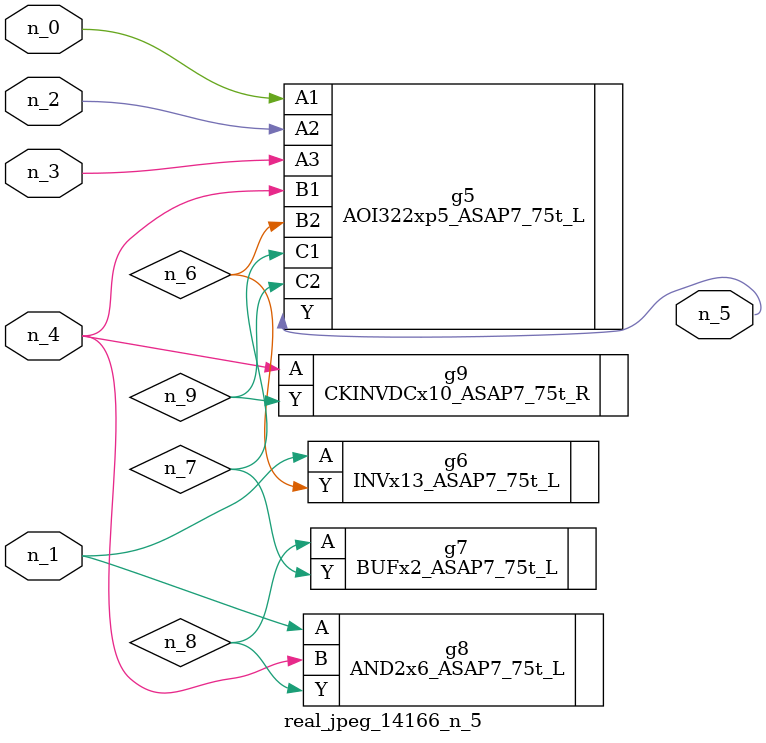
<source format=v>
module real_jpeg_14166_n_5 (n_4, n_0, n_1, n_2, n_3, n_5);

input n_4;
input n_0;
input n_1;
input n_2;
input n_3;

output n_5;

wire n_8;
wire n_6;
wire n_7;
wire n_9;

AOI322xp5_ASAP7_75t_L g5 ( 
.A1(n_0),
.A2(n_2),
.A3(n_3),
.B1(n_4),
.B2(n_6),
.C1(n_7),
.C2(n_9),
.Y(n_5)
);

INVx13_ASAP7_75t_L g6 ( 
.A(n_1),
.Y(n_6)
);

AND2x6_ASAP7_75t_L g8 ( 
.A(n_1),
.B(n_4),
.Y(n_8)
);

CKINVDCx10_ASAP7_75t_R g9 ( 
.A(n_4),
.Y(n_9)
);

BUFx2_ASAP7_75t_L g7 ( 
.A(n_8),
.Y(n_7)
);


endmodule
</source>
